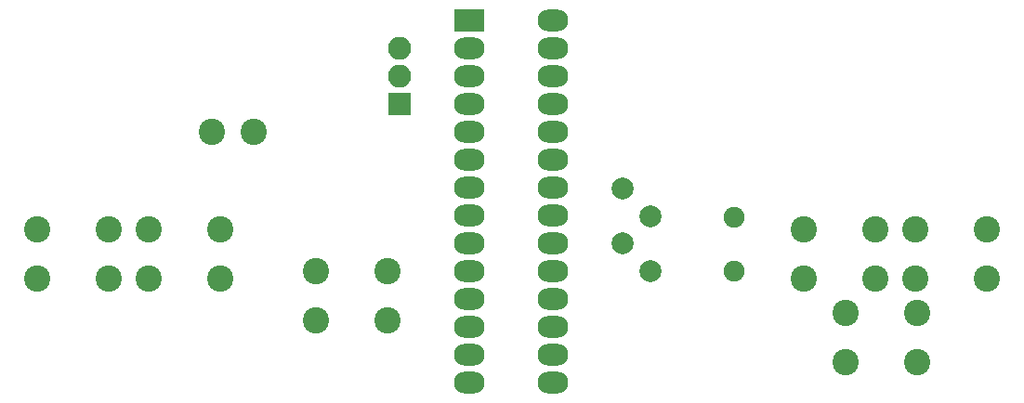
<source format=gbr>
G04 #@! TF.FileFunction,Soldermask,Bot*
%FSLAX46Y46*%
G04 Gerber Fmt 4.6, Leading zero omitted, Abs format (unit mm)*
G04 Created by KiCad (PCBNEW 4.0.6) date 11/05/17 12:45:19*
%MOMM*%
%LPD*%
G01*
G04 APERTURE LIST*
%ADD10C,0.100000*%
%ADD11R,2.800000X2.000000*%
%ADD12O,2.800000X2.000000*%
%ADD13C,2.400000*%
%ADD14C,1.900000*%
%ADD15C,2.000000*%
%ADD16C,2.398980*%
%ADD17R,2.100000X2.100000*%
%ADD18O,2.100000X2.100000*%
G04 APERTURE END LIST*
D10*
D11*
X143510000Y-120650000D03*
D12*
X151130000Y-153670000D03*
X143510000Y-123190000D03*
X151130000Y-151130000D03*
X143510000Y-125730000D03*
X151130000Y-148590000D03*
X143510000Y-128270000D03*
X151130000Y-146050000D03*
X143510000Y-130810000D03*
X151130000Y-143510000D03*
X143510000Y-133350000D03*
X151130000Y-140970000D03*
X143510000Y-135890000D03*
X151130000Y-138430000D03*
X143510000Y-138430000D03*
X151130000Y-135890000D03*
X143510000Y-140970000D03*
X151130000Y-133350000D03*
X143510000Y-143510000D03*
X151130000Y-130810000D03*
X143510000Y-146050000D03*
X151130000Y-128270000D03*
X143510000Y-148590000D03*
X151130000Y-125730000D03*
X143510000Y-151130000D03*
X151130000Y-123190000D03*
X143510000Y-153670000D03*
X151130000Y-120650000D03*
D13*
X177800000Y-151820000D03*
X177800000Y-147320000D03*
X184300000Y-151820000D03*
X184300000Y-147320000D03*
X173990000Y-144200000D03*
X173990000Y-139700000D03*
X180490000Y-144200000D03*
X180490000Y-139700000D03*
X184150000Y-144200000D03*
X184150000Y-139700000D03*
X190650000Y-144200000D03*
X190650000Y-139700000D03*
X104140000Y-144200000D03*
X104140000Y-139700000D03*
X110640000Y-144200000D03*
X110640000Y-139700000D03*
X114300000Y-144200000D03*
X114300000Y-139700000D03*
X120800000Y-144200000D03*
X120800000Y-139700000D03*
D14*
X167640000Y-143510000D03*
X167640000Y-138630000D03*
D15*
X157480000Y-140970000D03*
X157480000Y-135970000D03*
X160020000Y-143510000D03*
X160020000Y-138510000D03*
D13*
X129540000Y-148010000D03*
X129540000Y-143510000D03*
X136040000Y-148010000D03*
X136040000Y-143510000D03*
D16*
X120015000Y-130810000D03*
X123825000Y-130810000D03*
D17*
X137160000Y-128270000D03*
D18*
X137160000Y-125730000D03*
X137160000Y-123190000D03*
M02*

</source>
